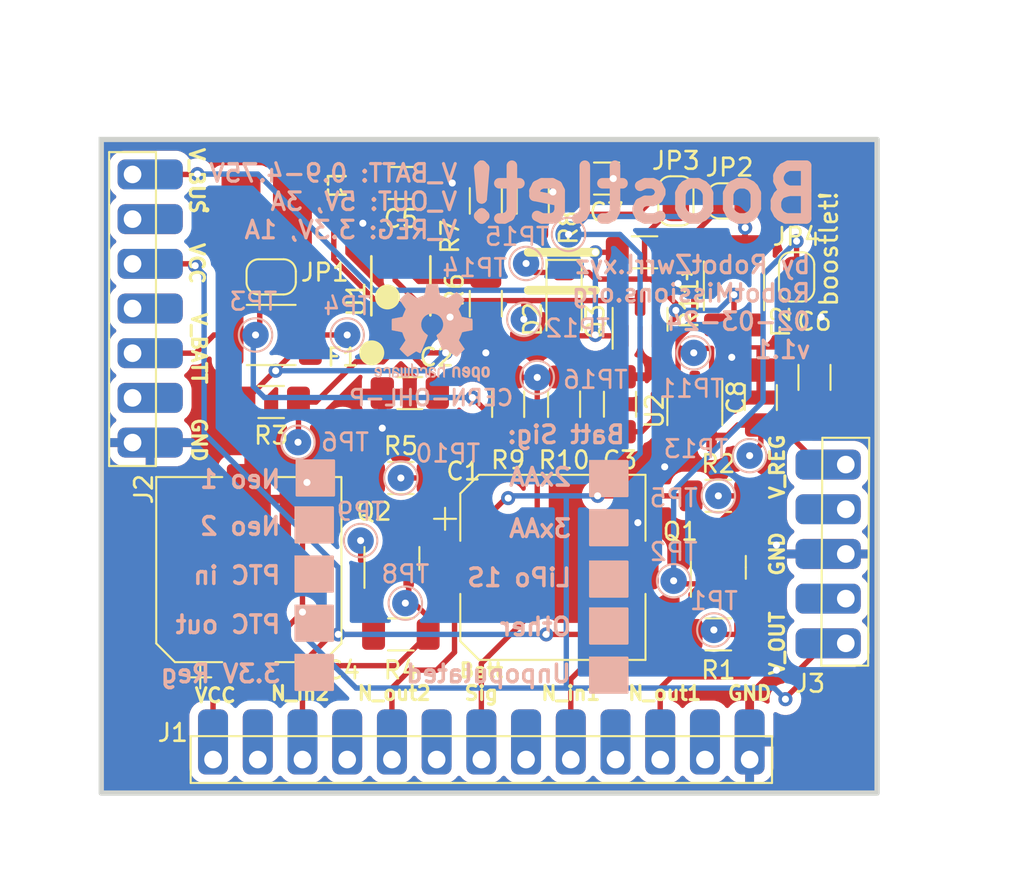
<source format=kicad_pcb>
(kicad_pcb (version 20221018) (generator pcbnew)
  (layers (0 "F.Cu" signal) (31 "B.Cu" signal) (34 "B.Paste" user) (35 "F.Paste" user) (36 "B.SilkS" user "B.Silkscreen") (37 "F.SilkS" user "F.Silkscreen") (38 "B.Mask" user) (39 "F.Mask" user) (44 "Edge.Cuts" user))
  (net 0 "")
  (net 1 "/5V")
  (net 2 "/V_BATT")
  (net 3 "/V_BOOST")
  (net 4 "Net-(JP1-B)")
  (net 5 "/3.3V")
  (net 6 "/NEO_OUT1")
  (net 7 "GND")
  (net 8 "VCC")
  (net 9 "/NEO_OUT2")
  (net 10 "/BATT_SIG")
  (net 13 "/NEO_IN1")
  (net 14 "/NEO_IN2")
  (net 17 "Net-(U1-LX)")
  (net 18 "Net-(U1-FB)")
  (net 19 "Net-(U1-RSET)")
  (net 20 "Net-(D2-K)")
  (net 21 "Net-(JP2-B)")
  (net 22 "Net-(U1-EN)")
  (net 30 "/V_BUS")
  (footprint "Capacitor_SMD:CP_Elec_10x10" (layer "F.Cu") (at 127 103.886)
    (fp_text reference "C1")
    (fp_text value "680 uF @ 10 V")
  )
  (footprint "Jumper:SolderJumper-2_P1.3mm_Open_RoundedPad1.0x1.5mm" (layer "F.Cu") (at 137.16 83.058 180)
    (fp_text reference "JP2")
    (fp_text value "SolderJumper_2_Open")
  )
  (footprint "Resistor_SMD:R_1206_3216Metric_Pad1.30x1.75mm_HandSolder" (layer "F.Cu") (at 125.857 83.058 90)
    (fp_text reference "R8")
    (fp_text value "100k")
  )
  (footprint "!EK_Library:PAM2401" (layer "F.Cu") (at 118.364 87.884 90)
    (fp_text reference "U1")
    (fp_text value "PAM2401")
  )
  (footprint "Resistor_SMD:R_1206_3216Metric_Pad1.30x1.75mm_HandSolder" (layer "F.Cu") (at 110.998 94.488)
    (fp_text reference "R3")
    (fp_text value "100k")
  )
  (footprint "!EK_Library:Castellated_1x05_P2.54mm" (layer "F.Cu") (at 143.637 108.204 180)
    (fp_text reference "J3")
    (fp_text value "Conn_01x05_Socket")
  )
  (footprint "Jumper:SolderJumper-2_P1.3mm_Open_RoundedPad1.0x1.5mm" (layer "F.Cu") (at 133.985 83.058 90)
    (fp_text reference "JP3")
    (fp_text value "SolderJumper_2_Open")
  )
  (footprint "Fiducial:Fiducial_1mm_Mask2mm" (layer "F.Cu") (at 105.283 111.252)
    (fp_text reference "FID1" hide)
    (fp_text value "Fiducial")
  )
  (footprint "Resistor_SMD:R_1206_3216Metric_Pad1.30x1.75mm_HandSolder" (layer "F.Cu") (at 124.46 94.615 90)
    (fp_text reference "R9")
    (fp_text value "100")
  )
  (footprint "Resistor_SMD:R_1206_3216Metric_Pad1.30x1.75mm_HandSolder" (layer "F.Cu") (at 123.19 83.058 -90)
    (fp_text reference "R7")
    (fp_text value "750k")
  )
  (footprint "Resistor_SMD:R_1206_3216Metric_Pad1.30x1.75mm_HandSolder" (layer "F.Cu") (at 136.398 107.696)
    (fp_text reference "R1")
    (fp_text value "10k")
  )
  (footprint "Capacitor_SMD:C_1206_3216Metric_Pad1.33x1.80mm_HandSolder" (layer "F.Cu") (at 141.859 93.091 90)
    (fp_text reference "C6")
    (fp_text value "4.7 uF")
  )
  (footprint "Resistor_SMD:R_1206_3216Metric_Pad1.30x1.75mm_HandSolder" (layer "F.Cu") (at 132.207 85.979)
    (fp_text reference "R11")
    (fp_text value "100k")
  )
  (footprint "Fiducial:Fiducial_1mm_Mask2mm" (layer "F.Cu") (at 140.335 82.931)
    (fp_text reference "FID3" hide)
    (fp_text value "Fiducial")
  )
  (footprint "Package_TO_SOT_SMD:SOT-23" (layer "F.Cu") (at 136.398 103.886 90)
    (fp_text reference "Q1")
    (fp_text value "BSS138")
  )
  (footprint "Fuse:Fuse_1812_4532Metric_Pad1.30x3.40mm_HandSolder" (layer "F.Cu") (at 110.998 90.678 180)
    (fp_text reference "F1")
    (fp_text value "Polyfuse 6V, 1.5A I_h, 3A I_t, 500 ms")
  )
  (footprint "Package_TO_SOT_SMD:SOT-23" (layer "F.Cu") (at 117.856 103.378 90)
    (fp_text reference "Q2")
    (fp_text value "BSS138")
  )
  (footprint "Resistor_SMD:R_1206_3216Metric_Pad1.30x1.75mm_HandSolder" (layer "F.Cu") (at 136.398 99.822)
    (fp_text reference "R2")
    (fp_text value "10k")
  )
  (footprint "Jumper:SolderJumper-2_P1.3mm_Open_RoundedPad1.0x1.5mm" (layer "F.Cu") (at 110.998 87.376)
    (fp_text reference "JP1")
    (fp_text value "SolderJumper_2_Open")
  )
  (footprint "Resistor_SMD:R_1206_3216Metric_Pad1.30x1.75mm_HandSolder" (layer "F.Cu") (at 118.364 107.696)
    (fp_text reference "R4")
    (fp_text value "10k")
  )
  (footprint "Capacitor_SMD:C_1206_3216Metric_Pad1.33x1.80mm_HandSolder" (layer "F.Cu") (at 138.811 94.234 90)
    (fp_text reference "C8")
    (fp_text value "1 uF")
  )
  (footprint "Jumper:SolderJumper-2_P1.3mm_Open_RoundedPad1.0x1.5mm" (layer "F.Cu") (at 140.843 87.376 90)
    (fp_text reference "JP4")
    (fp_text value "SolderJumper_2_Open")
  )
  (footprint "Resistor_SMD:R_1206_3216Metric_Pad1.30x1.75mm_HandSolder" (layer "F.Cu") (at 118.364 98.806)
    (fp_text reference "R5")
    (fp_text value "10k")
  )
  (footprint "Capacitor_SMD:C_1206_3216Metric_Pad1.33x1.80mm_HandSolder" (layer "F.Cu") (at 118.364 82.042)
    (fp_text reference "C5")
    (fp_text value "22 uF")
  )
  (footprint "Fiducial:Fiducial_1mm_Mask2mm" (layer "F.Cu") (at 115.062 95.758)
    (fp_text reference "FID2" hide)
    (fp_text value "Fiducial")
  )
  (footprint "Resistor_SMD:R_1206_3216Metric_Pad1.30x1.75mm_HandSolder" (layer "F.Cu") (at 127.635 94.615 -90)
    (fp_text reference "R10")
    (fp_text value "6.8k")
  )
  (footprint "Package_TO_SOT_SMD:SOT-23" (layer "F.Cu") (at 131.953 89.789 90)
    (fp_text reference "Q3")
    (fp_text value "DMG3415U")
  )
  (footprint "Capacitor_SMD:C_1206_3216Metric_Pad1.33x1.80mm_HandSolder" (layer "F.Cu") (at 130.048 81.788)
    (fp_text reference "C7")
    (fp_text value "1 uF")
  )
  (footprint "Package_TO_SOT_SMD:SOT-23-5" (layer "F.Cu") (at 135.062 95.0015 -90)
    (fp_text reference "U2")
    (fp_text value "AP2112K-3.3")
  )
  (footprint "Diode_SMD:D_SOD-123" (layer "F.Cu") (at 127.635 88.773 -90)
    (fp_text reference "D2")
    (fp_text value "PMEG40T30ERX 40V 3A")
  )
  (footprint "Capacitor_SMD:C_1206_3216Metric_Pad1.33x1.80mm_HandSolder" (layer "F.Cu") (at 118.872 93.98 180)
    (fp_text reference "C2")
    (fp_text value "10 uF")
  )
  (footprint "Capacitor_SMD:C_1206_3216Metric_Pad1.33x1.80mm_HandSolder" (layer "F.Cu") (at 130.81 94.615 90)
    (fp_text reference "C3")
    (fp_text value "4.7 uF")
  )
  (footprint "!EK_Library:INDUCTOR_IND_IFSC_1515AH_VIS-M" (layer "F.Cu") (at 110.744 83.566)
    (fp_text reference "L1")
    (fp_text value "2.2 uH, 3 A")
  )
  (footprint "Resistor_SMD:R_1206_3216Metric_Pad1.30x1.75mm_HandSolder" (layer "F.Cu") (at 123.19 88.9 -90)
    (fp_text reference "R6")
    (fp_text value "100k")
  )
  (footprint "!EK_Library:Castellated_1x07_P2.54mm" (layer "F.Cu") (at 103.124 81.554)
    (fp_text reference "J2")
    (fp_text value "Conn_01x07_Socket")
  )
  (footprint "Capacitor_SMD:CP_Elec_10x10" (layer "F.Cu") (at 109.728 104.013 90)
    (fp_text reference "C4")
    (fp_text value "680 uF @ 10 V")
  )
  (footprint "Fiducial:Fiducial_1mm_Mask2mm" (layer "F.Cu") (at 121.793 96.393)
    (fp_text reference "FID4" hide)
    (fp_text value "Fiducial")
  )
  (footprint "!EK_Library:Castellated_1x13_P2.54mm" (layer "F.Cu") (at 107.696 114.808 90)
    (fp_text reference "J1")
    (fp_text value "Conn_01x13_Socket")
  )
  (footprint "Fuse:Fuse_1812_4532Metric_Pad1.30x3.40mm_HandSolder" (layer "F.Cu") (at 137.287 87.884 -90)
    (fp_text reference "F2")
    (fp_text value "Polyfuse 16V, 1.25A I_h, 2.5A I_t, 400 ms")
  )
  (footprint "TestPoint:TestPoint_Pad_D1.5mm" (layer "B.Cu") (at 115.316 90.678 180)
    (fp_text reference "TP4")
    (fp_text value "TestPoint")
  )
  (footprint "TestPoint:TestPoint_Pad_D1.5mm" (layer "B.Cu") (at 118.618 105.918 180)
    (fp_text reference "TP8")
    (fp_text value "TestPoint")
  )
  (footprint "TestPoint:TestPoint_Pad_D1.5mm" (layer "B.Cu") (at 116.078 102.362 180)
    (fp_text reference "TP9")
    (fp_text value "TestPoint")
  )
  (footprint "TestPoint:TestPoint_Pad_D1.5mm" (layer "B.Cu") (at 126.111 93.091 180)
    (fp_text reference "TP16")
    (fp_text value "TestPoint")
  )
  (footprint "TestPoint:TestPoint_Pad_D1.5mm" (layer "B.Cu") (at 127.889 84.963 180)
    (fp_text reference "TP15")
    (fp_text value "TestPoint")
  )
  (footprint "TestPoint:TestPoint_Pad_D1.5mm" (layer "B.Cu") (at 136.398 99.822 180)
    (fp_text reference "TP5")
    (fp_text value "TestPoint")
  )
  (footprint "TestPoint:TestPoint_Pad_D1.5mm" (layer "B.Cu") (at 135.001 91.694 180)
    (fp_text reference "TP11")
    (fp_text value "TestPoint")
  )
  (footprint "Symbol:OSHW-Logo2_7.3x6mm_SilkScreen" (layer "B.Cu") (at 120.142 90.551 180)
    (fp_text reference "REF**" hide)
    (fp_text value "OSHW-Logo2_7.3x6mm_SilkScreen" hide)
  )
  (footprint "TestPoint:TestPoint_Pad_D1.5mm" (layer "B.Cu") (at 133.858 104.648 180)
    (fp_text reference "TP2")
    (fp_text value "TestPoint")
  )
  (footprint "TestPoint:TestPoint_Pad_D1.5mm" (layer "B.Cu") (at 125.476 86.614 180)
    (fp_text reference "TP14")
    (fp_text value "TestPoint")
  )
  (footprint "TestPoint:TestPoint_Pad_D1.5mm" (layer "B.Cu") (at 112.522 96.774 180)
    (fp_text reference "TP6")
    (fp_text value "TestPoint")
  )
  (footprint "TestPoint:TestPoint_Pad_D1.5mm" (layer "B.Cu") (at 110.109 90.678 180)
    (fp_text reference "TP3")
    (fp_text value "TestPoint")
  )
  (footprint "TestPoint:TestPoint_Pad_D1.5mm" (layer "B.Cu") (at 138.176 97.536 180)
    (fp_text reference "TP13")
    (fp_text value "TestPoint")
  )
  (footprint "TestPoint:TestPoint_Pad_D1.5mm" (layer "B.Cu") (at 136.144 107.442 180)
    (fp_text reference "TP1")
    (fp_text value "TestPoint")
  )
  (footprint "TestPoint:TestPoint_Pad_D1.5mm" (layer "B.Cu") (at 118.364 98.806 180)
    (fp_text reference "TP10")
    (fp_text value "TestPoint")
  )
  (footprint "TestPoint:TestPoint_Pad_D1.5mm" (layer "B.Cu") (at 125.349 89.789 180)
    (fp_text reference "TP12")
    (fp_text value "TestPoint")
  )
  (gr_rect (start 129.12725 106.2355) (end 131.22275 108.204) (stroke (width 0.15)) (fill solid) (layer "B.SilkS"))
  (gr_rect (start 112.395 106.07675) (end 114.4905 108.04525) (stroke (width 0.15)) (fill solid) (layer "B.SilkS"))
  (gr_rect (start 112.395 100.48875) (end 114.4905 102.45725) (stroke (width 0.15)) (fill solid) (layer "B.SilkS"))
  (gr_rect (start 129.12725 103.5685) (end 131.22275 105.537) (stroke (width 0.15)) (fill solid) (layer "B.SilkS"))
  (gr_rect (start 112.395 103.28275) (end 114.4905 105.25125) (stroke (width 0.15)) (fill solid) (layer "B.SilkS"))
  (gr_rect (start 129.12725 97.8535) (end 131.22275 99.822) (stroke (width 0.15)) (fill solid) (layer "B.SilkS"))
  (gr_rect (start 129.12725 109.0295) (end 131.22275 110.998) (stroke (width 0.15)) (fill solid) (layer "B.SilkS"))
  (gr_rect (start 112.395 108.87075) (end 114.4905 110.83925) (stroke (width 0.15)) (fill solid) (layer "B.SilkS"))
  (gr_rect (start 129.12725 100.6475) (end 131.22275 102.616) (stroke (width 0.15)) (fill solid) (layer "B.SilkS"))
  (gr_rect (start 112.4585 97.82175) (end 114.554 99.79025) (stroke (width 0.15)) (fill solid) (layer "B.SilkS"))
  (gr_line (start 125.603 85.979) (end 129.413 85.979) (stroke (width 0.5)) (layer "F.SilkS"))
  (gr_line (start 134.366 87.249) (end 134.62 87.122) (stroke (width 0.15)) (layer "F.SilkS"))
  (gr_line (start 125.603 88.138) (end 129.413 88.138) (stroke (width 0.5)) (layer "F.SilkS"))
  (gr_line (start 134.62 87.122) (end 134.874 87.249) (stroke (width 0.15)) (layer "F.SilkS"))
  (gr_circle (center 116.713 91.694) (end 117.170905 91.694) (stroke (width 0.5)) (fill solid) (layer "F.SilkS"))
  (gr_line (start 134.62 87.503) (end 134.62 87.122) (stroke (width 0.15)) (layer "F.SilkS"))
  (gr_circle (center 117.602 88.519) (end 118.059905 88.519) (stroke (width 0.5)) (fill solid) (layer "F.SilkS"))
  (gr_line (start 134.62 87.122) (end 134.366 87.249) (stroke (width 0.15)) (layer "F.SilkS"))
  (gr_rect (start 101.346 79.5655) (end 145.415 116.713) (stroke (width 0.3)) (fill none) (layer "Edge.Cuts"))
  (gr_text "3.3V Reg" (at 111.633 109.347) (layer "B.SilkS") (effects (font (size 1 1) (thickness 0.2) bold) (justify left top mirror)))
  (gr_text "Batt Sig:" (at 131.191 95.758) (layer "B.SilkS") (effects (font (size 1 1) (thickness 0.2) bold) (justify left top mirror)))
  (gr_text "CERN-OHL-P" (at 124.841 93.726) (layer "B.SilkS") (effects (font (size 0.9 0.9) (thickness 0.1625)) (justify left top mirror)))
  (gr_text "PTC out" (at 111.633 106.553) (layer "B.SilkS") (effects (font (size 1 1) (thickness 0.2) bold) (justify left top mirror)))
  (gr_text "Other" (at 128.143 106.68) (layer "B.SilkS") (effects (font (size 1 1) (thickness 0.2) bold) (justify left top mirror)))
  (gr_text "2xAA" (at 128.143 98.171) (layer "B.SilkS") (effects (font (size 1 1) (thickness 0.2) bold) (justify left top mirror)))
  (gr_text "Unpopulated" (at 128.143 109.347) (layer "B.SilkS") (effects (font (size 1 1) (thickness 0.2) bold) (justify left top mirror)))
  (gr_text "by RobotZwrrl.xyz\nRobotMissions.org\n02-03-24\nv1.1" (at 141.732 86.106) (layer "B.SilkS") (effects (font (size 1 1) (thickness 0.18) bold) (justify left top mirror)))
  (gr_text "3xAA" (at 128.143 101.092) (layer "B.SilkS") (effects (font (size 1 1) (thickness 0.2) bold) (justify left top mirror)))
  (gr_text "Neo 1" (at 111.633 98.298) (layer "B.SilkS") (effects (font (size 1 1) (thickness 0.2) bold) (justify left top mirror)))
  (gr_text "V_BATT: 0.9-4.75V\nV_OUT: 5V, 3A\nV_REG: 3.3V, 1A" (at 121.666 80.899) (layer "B.SilkS") (effects (font (size 1 1) (thickness 0.18) bold) (justify left top mirror)))
  (gr_text "LiPo 1S" (at 128.143 103.886) (layer "B.SilkS") (effects (font (size 1 1) (thickness 0.2) bold) (justify left top mirror)))
  (gr_text "Boostlet!" (at 142.494 84.455) (layer "B.SilkS") (effects (font (size 3 3) (thickness 0.6) bold) (justify left bottom mirror)))
  (gr_text "PTC in" (at 111.633 103.759) (layer "B.SilkS") (effects (font (size 1 1) (thickness 0.2) bold) (justify left top mirror)))
  (gr_text "Neo 2" (at 111.633 100.965) (layer "B.SilkS") (effects (font (size 1 1) (thickness 0.2) bold) (justify left top mirror)))
  (gr_text "VCC" (at 106.299 86.614 270) (layer "F.SilkS") (effects (font (size 0.8 0.8) (thickness 0.175) bold) (justify bottom)))
  (gr_text "boostlet!" (at 143.256 89.154 90) (layer "F.SilkS") (effects (font (size 1 1)) (justify left bottom)))
  (gr_text "V_OUT" (at 140.208 108.204 90) (layer "F.SilkS") (effects (font (size 0.8 0.8) (thickness 0.175) bold) (justify bottom)))
  (gr_text "V_REG" (at 140.208 98.171 90) (layer "F.SilkS") (effects (font (size 0.8 0.8) (thickness 0.175) bold) (justify bottom)))
  (gr_text "N_in2" (at 112.649 111.506) (layer "F.SilkS") (effects (font (size 0.8 0.8) (thickness 0.175) bold) (justify bottom)))
  (gr_text "VCC" (at 107.823 111.633) (layer "F.SilkS") (effects (font (size 0.8 0.8) (thickness 0.175) bold) (justify bottom)))
  (gr_text "Batt\nSig" (at 122.936 111.506) (layer "F.SilkS") (effects (font (size 0.8 0.8) (thickness 0.175) bold) (justify bottom)))
  (gr_text "GND" (at 138.176 111.506) (layer "F.SilkS") (effects (font (size 0.8 0.8) (thickness 0.175) bold) (justify bottom)))
  (gr_text "N_out1" (at 133.35 111.506) (layer "F.SilkS") (effects (font (size 0.8 0.8) (thickness 0.175) bold) (justify bottom)))
  (gr_text "GND" (at 140.208 103.124 90) (layer "F.SilkS") (effects (font (size 0.8 0.8) (thickness 0.175) bold) (justify bottom)))
  (gr_text "V_BUS" (at 106.299 81.915 270) (layer "F.SilkS") (effects (font (size 0.8 0.8) (thickness 0.175) bold) (justify bottom)))
  (gr_text "V_BATT" (at 106.426 91.44 270) (layer "F.SilkS") (effects (font (size 0.8 0.8) (thickness 0.175) bold) (justify bottom)))
  (gr_text "N_in1" (at 128.016 111.506) (layer "F.SilkS") (effects (font (size 0.8 0.8) (thickness 0.175) bold) (justify bottom)))
  (gr_text "GND" (at 106.426 96.647 270) (layer "F.SilkS") (effects (font (size 0.8 0.8) (thickness 0.175) bold) (justify bottom)))
  (gr_text "N_out2" (at 117.983 111.506) (layer "F.SilkS") (effects (font (size 0.8 0.8) (thickness 0.175) bold) (justify bottom)))
  (segment (start 112.776 106.426) (end 111.189 108.013) (width 0.3048) (layer "F.Cu") (net 1))
  (segment (start 137.922 85.024) (end 137.922 84.582) (width 0.3048) (layer "F.Cu") (net 1))
  (segment (start 131.826 83.82) (end 133.238 82.408) (width 0.3048) (layer "F.Cu") (net 1))
  (segment (start 112.776 101.6) (end 115.57 98.806) (width 0.3048) (layer "F.Cu") (net 1))
  (segment (start 127.889 84.963) (end 129.032 83.82) (width 0.3048) (layer "F.Cu") (net 1))
  (segment (start 123 101.282) (end 123 103.886) (width 0.3048) (layer "F.Cu") (net 1))
  (segment (start 129.54 99.822) (end 134.848 99.822) (width 0.3048) (layer "F.Cu") (net 1))
  (segment (start 124.333 99.949) (end 123 101.282) (width 0.3048) (layer "F.Cu") (net 1))
  (segment (start 115.57 98.806) (end 116.814 98.806) (width 0.3048) (layer "F.Cu") (net 1))
  (segment (start 133.985 82.408) (end 133.985 81.915) (width 0.3048) (layer "F.Cu") (net 1))
  (segment (start 124.46 99.949) (end 124.333 99.949) (width 0.3048) (layer "F.Cu") (net 1))
  (segment (start 133.985 81.915) (end 134.62 81.28) (width 0.3048) (layer "F.Cu") (net 1))
  (segment (start 137.287 85.659) (end 137.922 85.024) (width 0.3048) (layer "F.Cu") (net 1))
  (segment (start 111.189 108.013) (end 109.728 108.013) (width 0.3048) (layer "F.Cu") (net 1))
  (segment (start 134.62 81.28) (end 137.287 81.28) (width 0.3048) (layer "F.Cu") (net 1))
  (segment (start 140.208 111.379) (end 140.208 111.3155) (width 0.3048) (layer "F.Cu") (net 1))
  (segment (start 137.287 81.28) (end 137.81 81.803) (width 0.3048) (layer "F.Cu") (net 1))
  (segment (start 112.776 106.426) (end 112.776 101.6) (width 0.3048) (layer "F.Cu") (net 1))
  (segment (start 141.097 109.601) (end 142.494 108.204) (width 0.3048) (layer "F.Cu") (net 1))
  (segment (start 141.097 110.4265) (end 141.097 109.601) (width 0.3048) (layer "F.Cu") (net 1))
  (segment (start 137.81 81.803) (end 137.81 83.058) (width 0.3048) (layer "F.Cu") (net 1))
  (segment (start 140.208 111.3155) (end 141.097 110.4265) (width 0.3048) (layer "F.Cu") (net 1))
  (segment (start 142.494 108.204) (end 143.637 108.204) (width 0.3048) (layer "F.Cu") (net 1))
  (segment (start 129.032 83.82) (end 131.826 83.82) (width 0.3048) (layer "F.Cu") (net 1))
  (segment (start 133.238 82.408) (end 133.985 82.408) (width 0.3048) (layer "F.Cu") (net 1))
  (via (at 129.54 99.822) (size 0.8) (drill 0.4) (layers "F.Cu" "B.Cu") (net 1))
  (via (at 140.208 111.379) (size 0.8) (drill 0.4) (layers "F.Cu" "B.Cu") (net 1))
  (via (at 112.776 106.426) (size 0.8) (drill 0.4) (layers "F.Cu" "B.Cu") (net 1))
  (via (at 127.889 84.963) (size 0.8) (drill 0.4) (layers "F.Cu" "B.Cu") (net 1))
  (via (at 124.46 99.949) (size 0.8) (drill 0.4) (layers "F.Cu" "B.Cu") (net 1))
  (via (at 137.922 84.582) (size 0.8) (drill 0.4) (layers "F.Cu" "B.Cu") (net 1))
  (segment (start 139.573 110.744) (end 127.762 110.744) (width 0.3048) (layer "B.Cu") (net 1))
  (segment (start 127.889 84.963) (end 128.905 83.947) (width 0.3048) (layer "B.Cu") (net 1))
  (segment (start 127.762 99.822) (end 129.54 99.822) (width 0.3048) (layer "B.Cu") (net 1))
  (segment (start 128.905 83.947) (end 137.287 83.947) (width 0.3048) (layer "B.Cu") (net 1))
  (segment (start 131.953 97.409) (end 129.54 99.822) (width 0.3048) (layer "B.Cu") (net 1))
  (segment (start 130.81 84.963) (end 131.953 86.106) (width 0.3048) (layer "B.Cu") (net 1))
  (segment (start 131.953 86.106) (end 131.953 97.409) (width 0.3048) (layer "B.Cu") (net 1))
  (segment (start 140.208 111.379) (end 139.573 110.744) (width 0.3048) (layer "B.Cu") (net 1))
  (segment (start 124.587 99.822) (end 127.762 99.822) (width 0.3048) (layer "B.Cu") (net 1))
  (segment (start 112.776 107.696) (end 115.824 110.744) (width 0.3048) (layer "B.Cu") (net 1))
  (segment (start 112.776 106.426) (end 112.776 107.696) (width 0.3048) (layer "B.Cu") (net 1))
  (segment (start 115.824 110.744) (end 127.762 110.744) (width 0.3048) (layer "B.Cu") (net 1))
  (segment (start 124.46 99.949) (end 124.587 99.822) (width 0.3048) (layer "B.Cu") (net 1))
  (segment (start 127.762 100.076) (end 127.762 99.822) (width 0.3048) (layer "B.Cu") (net 1))
  (segment (start 127.762 110.744) (end 127.762 100.076) (width 0.3048) (layer "B.Cu") (net 1))
  (segment (start 137.287 83.947) (end 137.922 84.582) (width 0.3048) (layer "B.Cu") (net 1))
  (segment (start 127.889 84.963) (end 130.81 84.963) (width 0.3048) (layer "B.Cu") (net 1))
  (segment (start 103.124 91.714) (end 106.708055 91.714) (width 0.3048) (layer "F.Cu") (net 2))
  (segment (start 106.708055 91.714) (end 107.744055 90.678) (width 0.3048) (layer "F.Cu") (net 2))
  (segment (start 107.744055 90.678) (end 108.773 90.678) (width 0.3048) (layer "F.Cu") (net 2))
  (segment (start 110.109 90.678) (end 108.773 90.678) (width 0.3048) (layer "F.Cu") (net 2))
  (segment (start 110.109 90.678) (end 110.348 90.439) (width 0.3048) (layer "F.Cu") (net 2))
  (segment (start 110.348 90.439) (end 110.348 87.376) (width 0.3048) (layer "F.Cu") (net 2))
  (segment (start 124.46 96.266) (end 122.428 94.234) (width 0.3048) (layer "F.Cu") (net 2))
  (via (at 122.428 94.234) (size 0.8) (drill 0.4) (layers "F.Cu" "B.Cu") (net 2))
  (via (at 110.109 90.678) (size 0.8) (drill 0.4) (layers "F.Cu" "B.Cu") (net 2))
  (segment (start 109.982 93.599) (end 110.617 94.234) (width 0.3048) (layer "B.Cu") (net 2))
  (segment (start 109.982 90.805) (end 109.982 93.599) (width 0.3048) (layer "B.Cu") (net 2))
  (segment (start 110.617 94.234) (end 122.428 94.234) (width 0.3048) (layer "B.Cu") (net 2))
  (segment (start 110.109 90.678) (end 109.982 90.805) (width 0.3048) (layer "B.Cu") (net 2))
  (segment (start 125.349 88.7245) (end 119.2045 88.7245) (width 0.3048) (layer "F.Cu") (net 3))
  (segment (start 123.19 83.058) (end 126.111 83.058) (width 0.3048) (layer "F.Cu") (net 3))
  (segment (start 118.03888 83.63712) (end 118.11 83.566) (width 0.3048) (layer "F.Cu") (net 3))
  (segment (start 128.4855 82.9695) (end 128.4855 81.788) (width 0.3048) (layer "F.Cu") (net 3))
  (segment (start 131.953 88.8515) (end 131.826 88.7245) (width 0.3048) (layer "F.Cu") (net 3))
  (segment (start 116.8015 83.1465) (end 116.8015 82.042) (width 0.3048) (layer "F.Cu") (net 3))
  (segment (start 126.4824 83.4294) (end 128.0256 83.4294) (width 0.3048) (layer "F.Cu") (net 3))
  (segment (start 123.19 81.508) (end 123.19 83.058) (width 0.3048) (layer "F.Cu") (net 3))
  (segment (start 118.03888 87.55888) (end 118.03888 85.5599) (width 0.3048) (layer "F.Cu") (net 3))
  (segment (start 126.111 83.058) (end 126.4824 83.4294) (width 0.3048) (layer "F.Cu") (net 3))
  (segment (start 118.98376 83.566) (end 118.11 83.566) (width 0.3048) (layer "F.Cu") (net 3))
  (segment (start 119.2045 88.7245) (end 118.03888 87.55888) (width 0.3048) (layer "F.Cu") (net 3))
  (segment (start 128.0256 83.4294) (end 128.4855 82.9695) (width 0.3048) (layer "F.Cu") (net 3))
  (segment (start 118.11 83.566) (end 117.221 83.566) (width 0.3048) (layer "F.Cu") (net 3))
  (segment (start 121.92 83.058) (end 123.19 83.058) (width 0.3048) (layer "F.Cu") (net 3))
  (segment (start 118.03888 85.5599) (end 118.03888 83.63712) (width 0.3048) (layer "F.Cu") (net 3))
  (segment (start 118.98376 83.566) (end 121.412 83.566) (width 0.3048) (layer "F.Cu") (net 3))
  (segment (start 125.349 89.789) (end 125.349 88.7245) (width 0.3048) (layer "F.Cu") (net 3))
  (segment (start 131.826 88.7245) (end 125.349 88.7245) (width 0.3048) (layer "F.Cu") (net 3))
  (segment (start 121.412 83.566) (end 121.92 83.058) (width 0.3048) (layer "F.Cu") (net 3))
  (segment (start 117.221 83.566) (end 116.8015 83.1465) (width 0.3048) (layer "F.Cu") (net 3))
  (via (at 125.349 89.789) (size 0.8) (drill 0.4) (layers "F.Cu" "B.Cu") (net 3))
  (segment (start 118.68912 91.51112) (end 118.68912 90.0049) (width 0.3048) (layer "F.Cu") (net 4))
  (segment (start 109.448 94.488) (end 113.223 90.713) (width 0.3048) (layer "F.Cu") (net 4))
  (segment (start 110.975474 86.2736) (end 109.640447 84.938573) (width 0.3048) (layer "F.Cu") (net 4))
  (segment (start 110.99397 86.2736) (end 110.975474 86.2736) (width 0.3048) (layer "F.Cu") (net 4))
  (segment (start 120.4345 93.98) (end 120.4345 93.2565) (width 0.3048) (layer "F.Cu") (net 4))
  (segment (start 119.253 92.075) (end 119.634 91.694) (width 0.3048) (layer "F.Cu") (net 4))
  (segment (start 109.640447 84.938573) (end 109.640447 83.922947) (width 0.3048) (layer "F.Cu") (net 4))
  (segment (start 113.223 88.951) (end 113.223 90.678) (width 0.3048) (layer "F.Cu") (net 4))
  (segment (start 120.4345 93.2565) (end 119.253 92.075) (width 0.3048) (layer "F.Cu") (net 4))
  (segment (start 119.634 91.694) (end 120.904 91.694) (width 0.3048) (layer "F.Cu") (net 4))
  (segment (start 113.223 90.678) (end 115.316 90.678) (width 0.3048) (layer "F.Cu") (net 4))
  (segment (start 119.253 92.075) (end 118.68912 91.51112) (width 0.3048) (layer "F.Cu") (net 4))
  (segment (start 111.648 87.376) (end 113.223 88.951) (width 0.3048) (layer "F.Cu") (net 4))
  (segment (start 111.648 86.92763) (end 110.99397 86.2736) (width 0.3048) (layer "F.Cu") (net 4))
  (segment (start 111.648 87.376) (end 111.648 86.92763) (width 0.3048) (layer "F.Cu") (net 4))
  (via (at 111.252 92.71) (size 0.8) (drill 0.4) (layers "F.Cu" "B.Cu") (net 4))
  (via (at 120.904 91.694) (size 0.8) (drill 0.4) (layers "F.Cu" "B.Cu") (net 4))
  (via (at 115.316 90.678) (size 0.8) (drill 0.4) (layers "F.Cu" "B.Cu") (net 4))
  (segment (start 120.904 91.694) (end 119.888 92.71) (width 0.3048) (layer "B.Cu") (net 4))
  (segment (start 119.888 92.71) (end 111.252 92.71) (width 0.3048) (layer "B.Cu") (net 4))
  (segment (start 140.335 95.7965) (end 140.716 95.7965) (width 0.3048) (layer "F.Cu") (net 5))
  (segment (start 140.716 95.7965) (end 141.859 94.6535) (width 0.3048) (layer "F.Cu") (net 5))
  (segment (start 140.335 89.789) (end 140.843 89.281) (width 0.3048) (layer "F.Cu") (net 5))
  (segment (start 140.335 96.266) (end 140.335 95.7965) (width 0.3048) (layer "F.Cu") (net 5))
  (segment (start 142.113 98.044) (end 140.335 96.266) (width 0.3048) (layer "F.Cu") (net 5))
  (segment (start 138.176 97.536) (end 138.811 96.901) (width 0.3048) (layer "F.Cu") (net 5))
  (segment (start 137.5025 95.7965) (end 136.917 96.382) (width 0.3048) (layer "F.Cu") (net 5))
  (segment (start 136.917 96.382) (end 136.012 96.382) (width 0.3048) (layer "F.Cu") (net 5))
  (segment (start 138.811 95.7965) (end 137.5025 95.7965) (width 0.3048) (layer "F.Cu") (net 5))
  (segment (start 140.843 89.281) (end 140.843 88.026) (width 0.3048) (layer "F.Cu") (net 5))
  (segment (start 138.811 95.7965) (end 140.335 95.7965) (width 0.3048) (layer "F.Cu") (net 5))
  (segment (start 138.811 96.901) (end 138.811 95.7965) (width 0.3048) (layer "F.Cu") (net 5))
  (segment (start 140.335 95.7965) (end 140.335 89.789) (width 0.3048) (layer "F.Cu") (net 5))
  (segment (start 143.637 98.044) (end 142.113 98.044) (width 0.3048) (layer "F.Cu") (net 5))
  (via (at 138.176 97.536) (size 0.8) (drill 0.4) (layers "F.Cu" "B.Cu") (net 5))
  (segment (start 133.731 110.109) (end 138.049 110.109) (width 0.3048) (layer "F.Cu") (net 6))
  (segment (start 137.948 99.822) (end 136.398 99.822) (width 0.3048) (layer "F.Cu") (net 6))
  (segment (start 133.096 110.744) (end 133.731 110.109) (width 0.3048) (layer "F.Cu") (net 6))
  (segment (start 133.096 114.808) (end 133.096 110.744) (width 0.3048) (layer "F.Cu") (net 6))
  (segment (start 139.192 104.394) (end 138.176 103.378) (width 0.3048) (layer "F.Cu") (net 6))
  (segment (start 138.176 103.378) (end 138.176 100.05) (width 0.3048) (layer "F.Cu") (net 6))
  (segment (start 136.398 102.9485) (end 136.398 101.372) (width 0.3048) (layer "F.Cu") (net 6))
  (segment (start 136.398 101.372) (end 137.948 99.822) (width 0.3048) (layer "F.Cu") (net 6))
  (segment (start 138.049 110.109) (end 139.192 108.966) (width 0.3048) (layer "F.Cu") (net 6))
  (segment (start 138.176 100.05) (end 137.948 99.822) (width 0.3048) (layer "F.Cu") (net 6))
  (segment (start 139.192 108.966) (end 139.192 104.394) (width 0.3048) (layer "F.Cu") (net 6))
  (via (at 136.398 99.822) (size 0.8) (drill 0.4) (layers "F.Cu" "B.Cu") (net 6))
  (segment (start 112.077 100.013) (end 113.03 99.06) (width 0.3048) (layer "F.Cu") (net 7))
  (segment (start 116.205 84.328) (end 116.967 84.328) (width 0.3048) (layer "F.Cu") (net 7))
  (segment (start 131.4835 81.788) (end 131.8645 81.407) (width 0.3048) (layer "F.Cu") (net 7))
  (segment (start 137.8835 92.6715) (end 137.16 91.948) (width 0.3048) (layer "F.Cu") (net 7))
  (segment (start 139.7 109.728) (end 138.176 111.252) (width 0.3048) (layer "F.Cu") (net 7))
  (segment (start 117.38864 84.74964) (end 117.38864 85.5599) (width 0.3048) (layer "F.Cu") (net 7))
  (segment (start 140.208 103.124) (end 143.637 103.124) (width 0.3048) (layer "F.Cu") (net 7))
  (segment (start 138.811 92.6715) (end 137.8835 92.6715) (width 0.3048) (layer "F.Cu") (net 7))
  (segment (start 131 102.172) (end 131.826 101.346) (width 0.3048) (layer "F.Cu") (net 7))
  (segment (start 120.8151 90.0049) (end 121.158 89.662) (width 0.3048) (layer "F.Cu") (net 7))
  (segment (start 135.062 97.729) (end 135.062 93.621) (width 0.3048) (layer "F.Cu") (net 7))
  (segment (start 141.859 91.5285) (end 141.859 90.043) (width 0.3048) (layer "F.Cu") (net 7))
  (segment (start 134.112 87.757) (end 134.112 87.376) (width 0.3048) (layer "F.Cu") (net 7))
  (segment (start 123.19 90.45) (end 123.19 91.694) (width 0.3048) (layer "F.Cu") (net 7))
  (segment (start 109.728 100.013) (end 112.077 100.013) (width 0.3048) (layer "F.Cu") (net 7))
  (segment (start 121.285 82.042) (end 119.9265 82.042) (width 0.3048) (layer "F.Cu") (net 7))
  (segment (start 127 82.55) (end 126.899 82.55) (width 0.3048) (layer "F.Cu") (net 7))
  (segment (start 126.899 82.55) (end 125.857 81.508) (width 0.3048) (layer "F.Cu") (net 7))
  (segment (start 133.757 87.021) (end 133.757 85.979) (width 0.3048) (layer "F.Cu") (net 7))
  (segment (start 141.859 90.043) (end 142.24 89.662) (width 0.3048) (layer "F.Cu") (net 7))
  (segment (start 119.33936 90.0049) (end 120.8151 90.0049) (width 0.3048) (layer "F.Cu") (net 7))
  (segment (start 117.348 96.012) (end 117.3095 95.9735) (width 0.3048) (layer "F.Cu") (net 7))
  (segment (start 133.35 98.171) (end 134.62 98.171) (width 0.3048) (layer "F.Cu") (net 7))
  (segment (start 117.38864 85.5599) (end 117.38864 85.7631) (width 0.3048) (layer "F.Cu") (net 7))
  (segment (start 131 103.886) (end 131 102.172) (width 0.3048) (layer "F.Cu") (net 7))
  (segment (start 134.62 98.171) (end 135.062 97.729) (width 0.3048) (layer "F.Cu") (net 7))
  (segment (start 138.176 111.252) (end 138.176 114.808) (width 0.3048) (layer "F.Cu") (net 7))
  (segment (start 139.7 102.616) (end 140.208 103.124) (width 0.3048) (layer "F.Cu") (net 7))
  (segment (start 116.967 84.328) (end 117.38864 84.74964) (width 0.3048) (layer "F.Cu") (net 7))
  (segment (start 130.429 81.788) (end 131.4835 81.788) (width 0.3048) (layer "F.Cu") (net 7))
  (segment (start 134.112 87.376) (end 133.757 87.021) (width 0.3048) (layer "F.Cu") (net 7))
  (segment (start 117.3095 93.98) (end 117.3095 95.9735) (width 0.3048) (layer "F.Cu") (net 7))
  (via (at 121.285 82.042) (size 0.8) (drill 0.4) (layers "F.Cu" "B.Cu") (net 7))
  (via (at 121.158 89.662) (size 0.8) (drill 0.4) (layers "F.Cu" "B.Cu") (net 7))
  (via (at 127 82.55) (size 0.8) (drill 0.4) (layers "F.Cu" "B.Cu") (net 7))
  (via (at 116.205 84.328) (size 0.8) (drill 0.4) (layers "F.Cu" "B.Cu") (net 7))
  (via (at 130.429 81.788) (size 0.8) (drill 0.4) (layers "F.Cu" "B.Cu") (net 7))
  (via (at 139.7 109.728) (size 0.8) (drill 0.4) (layers "F.Cu" "B.Cu") (net 7))
  (via (at 134.112 87.757) (size 0.8) (drill 0.4) (layers "F.Cu" "B.Cu") (net 7))
  (via (at 123.19 91.694) (size 0.8) (drill 0.4) (layers "F.Cu" "B.Cu") (net 7))
  (via (at 117.3095 95.9735) (size 0.8) (drill 0.4) (layers "F.Cu" "B.Cu") (net 7))
  (via (at 131.826 101.346) (size 0.8) (drill 0.4) (layers "F.Cu" "B.Cu") (net 7))
  (via (at 113.03 99.06) (size 0.8) (drill 0.4) (layers "F.Cu" "B.Cu") (net 7))
  (via (at 139.7 102.616) (size 0.8) (drill 0.4) (layers "F.Cu" "B.Cu") (net 7))
  (via (at 137.16 91.948) (size 0.8) (drill 0.4) (layers "F.Cu" "B.Cu") (net 7))
  (via (at 133.35 98.171) (size 0.8) (drill 0.4) (layers "F.Cu" "B.Cu") (net 7))
  (via (at 142.24 89.662) (size 0.8) (drill 0.4) (layers "F.Cu" "B.Cu") (net 7))
  (segment (start 111.125 110.998) (end 114.427 107.696) (width 0.3048) (layer "F.Cu") (net 8))
  (segment (start 134.848 105.4235) (end 135.448 104.8235) (width 0.3048) (layer "F.Cu") (net 8))
  (segment (start 134.848 107.696) (end 134.848 105.4235) (width 0.3048) (layer "F.Cu") (net 8))
  (segment (start 107.696 111.252) (end 107.95 110.998) (width 0.3048) (layer "F.Cu") (net 8))
  (segment (start 135.448 104.8235) (end 134.0335 104.8235) (width 0.3048) (layer "F.Cu") (net 8))
  (segment (start 114.808 107.696) (end 116.814 107.696) (width 0.3048) (layer "F.Cu") (net 8))
  (segment (start 107.696 114.808) (end 107.696 111.252) (width 0.3048) (layer "F.Cu") (net 8))
  (segment (start 116.906 104.3155) (end 116.078 103.4875) (width 0.3048) (layer "F.Cu") (net 8))
  (segment (start 134.0335 104.8235) (end 133.858 104.648) (width 0.3048) (layer "F.Cu") (net 8))
  (segment (start 116.814 107.696) (end 116.814 104.4075) (width 0.3048) (layer "F.Cu") (net 8))
  (segment (start 107.95 110.998) (end 111.125 110.998) (width 0.3048) (layer "F.Cu") (net 8))
  (segment (start 114.427 107.696) (end 114.808 107.696) (width 0.3048) (layer "F.Cu") (net 8))
  (segment (start 116.078 103.4875) (end 116.078 102.362) (width 0.3048) (layer "F.Cu") (net 8))
  (segment (start 103.124 86.634) (end 106.573 86.634) (width 0.3048) (layer "F.Cu") (net 8))
  (segment (start 134.848 107.696) (end 126.619 107.696) (width 0.3048) (layer "F.Cu") (net 8))
  (segment (start 116.814 104.4075) (end 116.906 104.3155) (width 0.3048) (layer "F.Cu") (net 8))
  (segment (start 106.573 86.634) (end 106.68 86.741) (width 0.3048) (layer "F.Cu") (net 8))
  (segment (start 140.843 86.726) (end 140.843 85.344) (width 0.3048) (layer "F.Cu") (net 8))
  (via (at 106.68 86.741) (size 0.8) (drill 0.4) (layers "F.Cu" "B.Cu") (net 8))
  (via (at 116.078 102.362) (size 0.8) (drill 0.4) (layers "F.Cu" "B.Cu") (net 8))
  (via (at 126.619 107.696) (size 0.8) (drill 0.4) (layers "F.Cu" "B.Cu") (net 8))
  (via (at 114.808 107.696) (size 0.8) (drill 0.4) (layers "F.Cu" "B.Cu") (net 8))
  (via (at 140.843 85.344) (size 0.8) (drill 0.4) (layers "F.Cu" "B.Cu") (net 8))
  (via (at 133.858 104.648) (size 0.8) (drill 0.4) (layers "F.Cu" "B.Cu") (net 8))
  (segment (start 108.1405 97.2185) (end 114.808 103.886) (width 0.3048) (layer "B.Cu") (net 8))
  (segment (start 138.938 87.249) (end 138.938 94.448527) (width 0.3048) (layer "B.Cu") (net 8))
  (segment (start 133.858 99.528527) (end 133.858 104.648) (width 0.3048) (layer "B.Cu") (net 8))
  (segment (start 114.808 103.886) (end 114.808 107.696) (width 0.3048) (layer "B.Cu") (net 8))
  (segment (start 126.619 107.696) (end 114.808 107.696) (width 0.3048) (layer "B.Cu") (net 8))
  (segment (start 107.188 87.249) (end 107.188 96.266) (width 0.3048) (layer "B.Cu") (net 8))
  (segment (start 107.188 96.266) (end 108.1405 97.2185) (width 0.3048) (layer "B.Cu") (net 8))
  (segment (start 138.938 94.448527) (end 133.858 99.528527) (width 0.3048) (layer "B.Cu") (net 8))
  (segment (start 140.843 85.344) (end 138.938 87.249) (width 0.3048) (layer "B.Cu") (net 8))
  (segment (start 106.68 86.741) (end 107.188 87.249) (width 0.3048) (layer "B.Cu") (net 8))
  (segment (start 120.396 109.728) (end 118.872 109.728) (width 0.3048) (layer "F.Cu") (net 9))
  (segment (start 121.412 106.68) (end 121.412 108.712) (width 0.3048) (layer "F.Cu") (net 9))
  (segment (start 119.914 98.806) (end 120.142 99.034) (width 0.3048) (layer "F.Cu") (net 9))
  (segment (start 120.142 105.41) (end 121.412 106.68) (width 0.3048) (layer "F.Cu") (net 9))
  (segment (start 118.872 109.728) (end 117.856 110.744) (width 0.3048) (layer "F.Cu") (net 9))
  (segment (start 117.856 102.4405) (end 117.856 101.346) (width 0.3048) (layer "F.Cu") (net 9))
  (segment (start 117.856 101.346) (end 119.914 99.288) (width 0.3048) (layer "F.Cu") (net 9))
  (segment (start 119.914 99.288) (end 119.914 98.806) (width 0.3048) (layer "F.Cu") (net 9))
  (segment (start 120.142 99.034) (end 120.142 105.41) (width 0.3048) (layer "F.Cu") (net 9))
  (segment (start 121.412 108.712) (end 120.396 109.728) (width 0.3048) (layer "F.Cu") (net 9))
  (segment (start 117.856 110.744) (end 117.856 114.808) (width 0.3048) (layer "F.Cu") (net 9))
  (segment (start 119.914 98.806) (end 118.364 98.806) (width 0.3048) (layer "F.Cu") (net 9))
  (via (at 118.364 98.806) (size 0.8) (drill 0.4) (layers "F.Cu" "B.Cu") (net 9))
  (segment (start 122.936 109.347) (end 122.936 114.808) (width 0.3048) (layer "F.Cu") (net 10))
  (segment (start 126.111 106.172) (end 122.936 109.347) (width 0.3048) (layer "F.Cu") (net 10))
  (segment (start 126.111 93.091) (end 124.486 93.091) (width 0.3048) (layer "F.Cu") (net 10))
  (segment (start 127.635 93.065) (end 126.137 93.065) (width 0.3048) (layer "F.Cu") (net 10))
  (segment (start 126.111 93.091) (end 126.111 106.172) (width 0.3048) (layer "F.Cu") (net 10))
  (segment (start 124.486 93.091) (end 124.46 93.065) (width 0.3048) (layer "F.Cu") (net 10))
  (segment (start 126.137 93.065) (end 126.111 93.091) (width 0.3048) (layer "F.Cu") (net 10))
  (via (at 126.111 93.091) (size 0.8) (drill 0.4) (layers "F.Cu" "B.Cu") (net 10))
  (segment (start 128.016 110.236) (end 128.016 114.808) (width 0.3048) (layer "F.Cu") (net 13))
  (segment (start 137.948 107.696) (end 136.424 109.22) (width 0.3048) (layer "F.Cu") (net 13))
  (segment (start 137.948 107.696) (end 136.398 107.696) (width 0.3048) (layer "F.Cu") (net 13))
  (segment (start 137.948 105.4235) (end 137.348 104.8235) (width 0.3048) (layer "F.Cu") (net 13))
  (segment (start 129.032 109.22) (end 128.016 110.236) (width 0.3048) (layer "F.Cu") (net 13))
  (segment (start 136.424 109.22) (end 129.032 109.22) (width 0.3048) (layer "F.Cu") (net 13))
  (segment (start 136.398 107.696) (end 136.144 107.442) (width 0.3048) (layer "F.Cu") (net 13))
  (segment (start 137.948 107.696) (end 137.948 105.4235) (width 0.3048) (layer "F.Cu") (net 13))
  (via (at 136.144 107.442) (size 0.8) (drill 0.4) (layers "F.Cu" "B.Cu") (net 13))
  (segment (start 112.776 111.252) (end 114.554 109.474) (width 0.3048) (layer "F.Cu") (net 14))
  (segment (start 112.776 114.808) (end 112.776 111.252) (width 0.3048) (layer "F.Cu") (net 14))
  (segment (start 118.806 105.73) (end 118.618 105.918) (width 0.3048) (layer "F.Cu") (net 14))
  (segment (start 119.914 107.696) (end 119.914 106.706) (width 0.3048) (layer "F.Cu") (net 14))
  (segment (start 114.554 109.474) (end 118.136 109.474) (width 0.3048) (layer "F.Cu") (net 14))
  (segment (start 118.806 105.598) (end 118.806 104.3155) (width 0.3048) (layer "F.Cu") (net 14))
  (segment (start 118.136 109.474) (end 119.914 107.696) (width 0.3048) (layer "F.Cu") (net 14))
  (segment (start 118.806 104.3155) (end 118.806 105.73) (width 0.3048) (layer "F.Cu") (net 14))
  (segment (start 119.914 106.706) (end 118.806 105.598) (width 0.3048) (layer "F.Cu") (net 14))
  (via (at 118.618 105.918) (size 0.8) (drill 0.4) (layers "F.Cu" "B.Cu") (net 14))
  (segment (start 117.38864 89.19464) (end 117.38864 90.0049) (width 0.3048) (layer "F.Cu") (net 17))
  (segment (start 114.554 84.328) (end 114.554 86.36) (width 0.3048) (layer "F.Cu") (net 17))
  (segment (start 112.2045 83.566) (end 113.792 83.566) (width 0.3048) (layer "F.Cu") (net 17))
  (segment (start 113.792 83.566) (end 114.554 84.328) (width 0.3048) (layer "F.Cu") (net 17))
  (segment (start 114.554 86.36) (end 117.38864 89.19464) (width 0.3048) (layer "F.Cu") (net 17))
  (segment (start 125.857 84.608) (end 123.19 84.608) (width 0.3048) (layer "F.Cu") (net 18))
  (segment (start 119.33936 85.7631) (end 119.33936 84.74964) (width 0.3048) (layer "F.Cu") (net 18))
  (segment (start 119.33936 84.74964) (end 119.761 84.328) (width 0.3048) (layer "F.Cu") (net 18))
  (segment (start 122.91 84.328) (end 123.19 84.608) (width 0.3048) (layer "F.Cu") (net 18))
  (segment (start 119.761 84.328) (end 122.91 84.328) (width 0.3048) (layer "F.Cu") (net 18))
  (segment (start 118.68912 85.7631) (end 118.68912 86.93912) (width 0.3048) (layer "F.Cu") (net 19))
  (segment (start 119.38 87.63) (end 122.91 87.63) (width 0.3048) (layer "F.Cu") (net 19))
  (segment (start 118.68912 86.93912) (end 119.38 87.63) (width 0.3048) (layer "F.Cu") (net 19))
  (segment (start 122.91 87.63) (end 123.19 87.35) (width 0.3048) (layer "F.Cu") (net 19))
  (segment (start 132.9205 90.7265) (end 132.903 90.7265) (width 0.3048) (layer "F.Cu") (net 20))
  (segment (start 133.985 89.662) (end 132.9205 90.7265) (width 0.3048) (layer "F.Cu") (net 20))
  (segment (start 132.207 87.376) (end 132.207 85.034) (width 0.3048) (layer "F.Cu") (net 20))
  (segment (start 137.287 90.109) (end 137.287 88.392) (width 0.3048) (layer "F.Cu") (net 20))
  (segment (start 132.334 87.503) (end 132.207 87.376) (width 0.3048) (layer "F.Cu") (net 20))
  (segment (start 125.985 87.123) (end 125.476 86.614) (width 0.3048) (layer "F.Cu") (net 20))
  (segment (start 132.588 87.503) (end 132.334 87.503) (width 0.3048) (layer "F.Cu") (net 20))
  (segment (start 133.985 89.281) (end 133.985 89.662) (width 0.3048) (layer "F.Cu") (net 20))
  (segment (start 129.413 87.503) (end 132.334 87.503) (width 0.3048) (layer "F.Cu") (net 20))
  (segment (start 129.033 87.123) (end 129.413 87.503) (width 0.3048) (layer "F.Cu") (net 20))
  (segment (start 133.985 89.281) (end 133.985 88.9) (width 0.3048) (layer "F.Cu") (net 20))
  (segment (start 132.207 85.034) (end 133.533 83.708) (width 0.3048) (layer "F.Cu") (net 20))
  (segment (start 133.533 83.708) (end 133.985 83.708) (width 0.3048) (layer "F.Cu") (net 20))
  (segment (start 127.635 87.123) (end 125.985 87.123) (width 0.3048) (layer "F.Cu") (net 20))
  (segment (start 133.985 88.9) (end 132.588 87.503) (width 0.3048) (layer "F.Cu") (net 20))
  (segment (start 127.635 87.123) (end 129.033 87.123) (width 0.3048) (layer "F.Cu") (net 20))
  (via (at 133.985 89.281) (size 0.8) (drill 0.4) (layers "F.Cu" "B.Cu") (net 20))
  (via (at 137.287 88.392) (size 0.8) (drill 0.4) (layers "F.Cu" "B.Cu") (net 20))
  (via (at 125.476 86.614) (size 0.8) (drill 0.4) (layers "F.Cu" "B.Cu") (net 20))
  (segment (start 133.985 89.281) (end 136.398 89.281) (width 0.3048) (layer "B.Cu") (net 20))
  (segment (start 136.398 89.281) (end 137.287 88.392) (width 0.3048) (layer "B.Cu") (net 20))
  (segment (start 136.51 83.454) (end 136.51 83.058) (width 0.3048) (layer "F.Cu") (net 21))
  (segment (start 135.001 90.043) (end 135.001 84.963) (width 0.3048) (layer "F.Cu") (net 21))
  (segment (start 130.81 96.1775) (end 132.0415 96.1775) (width 0.3048) (layer "F.Cu") (net 21))
  (segment (start 136.017 93.616) (end 136.012 93.621) (width 0.3048) (layer "F.Cu") (net 21))
  (segment (start 135.001 91.44) (end 136.017 91.44) (width 0.3048) (layer "F.Cu") (net 21))
  (segment (start 134.112 91.44) (end 135.001 91.44) (width 0.3048) (layer "F.Cu") (net 21))
  (segment (start 135.001 84.963) (end 136.51 83.454) (width 0.3048) (layer "F.Cu") (net 21))
  (segment (start 132.715 94.024) (end 133.118 93.621) (width 0.3048) (layer "F.Cu") (net 21))
  (segment (start 134.112 91.44) (end 134.112 90.932) (width 0.3048) (layer "F.Cu") (net 21))
  (segment (start 134.112 91.44) (end 134.112 93.621) (width 0.3048) (layer "F.Cu") (net 21))
  (segment (start 136.017 91.44) (end 136.017 93.616) (width 0.3048) (layer "F.Cu") (net 21))
  (segment (start 133.118 93.621) (end 134.112 93.621) (width 0.3048) (layer "F.Cu") (net 21))
  (segment (start 132.715 95.504) (end 132.715 94.024) (width 0.3048) (layer "F.Cu") (net 21))
  (segment (start 135.001 91.694) (end 135.001 91.44) (width 0.3048) (layer "F.Cu") (net 21))
  (segment (start 132.0415 96.1775) (end 132.715 95.504) (width 0.3048) (layer "F.Cu") (net 21))
  (segment (start 134.112 90.932) (end 135.001 90.043) (width 0.3048) (layer "F.Cu") (net 21))
  (via (at 135.001 91.694) (size 0.8) (drill 0.4) (layers "F.Cu" "B.Cu") (net 21))
  (segment (start 118.03888 91.51112) (end 118.03888 90.0049) (width 0.3048) (layer "F.Cu") (net 22))
  (segment (start 112.548 94.488) (end 113.538 94.488) (width 0.3048) (layer "F.Cu") (net 22))
  (segment (start 117.348 92.202) (end 118.03888 91.51112) (width 0.3048) (layer "F.Cu") (net 22))
  (segment (start 112.548 96.748) (end 112.522 96.774) (width 0.3048) (layer "F.Cu") (net 22))
  (segment (start 112.548 94.488) (end 112.548 96.748) (width 0.3048) (layer "F.Cu") (net 22))
  (segment (start 113.538 94.488) (end 115.824 92.202) (width 0.3048) (layer "F.Cu") (net 22))
  (segment (start 115.824 92.202) (end 117.348 92.202) (width 0.3048) (layer "F.Cu") (net 22))
  (via (at 112.522 96.774) (size 0.8) (drill 0.4) (layers "F.Cu" "B.Cu") (net 22))
  (segment (start 103.124 81.554) (end 106.787 81.554) (width 0.3048) (layer "F.Cu") (net 30))
  (segment (start 127.9385 90.7265) (end 127.635 90.423) (width 0.3048) (layer "F.Cu") (net 30))
  (segment (start 131.003 90.7265) (end 127.9385 90.7265) (width 0.3048) (layer "F.Cu") (net 30))
  (segment (start 106.787 81.554) (end 106.807 81.534) (width 0.3048) (layer "F.Cu") (net 30))
  (segment (start 129.413 85.979) (end 130.657 85.979) (width 0.3048) (layer "F.Cu") (net 30))
  (via (at 129.413 85.979) (size 0.8) (drill 0.4) (layers "F.Cu" "B.Cu") (net 30))
  (via (at 106.807 81.534) (size 0.8) (drill 0.4) (layers "F.Cu" "B.Cu") (net 30))
  (via (at 129.413 90.678) (size 0.8) (drill 0.4) (layers "F.Cu" "B.Cu") (net 30))
  (segment (start 129.413 86.614) (end 129.413 88.138) (width 0.3048) (layer "B.Cu") (net 30))
  (segment (start 129.413 89.662) (end 129.413 90.678) (width 0.3048) (layer "B.Cu") (net 30))
  (segment (start 129.413 88.138) (end 129.413 89.662) (width 0.3048) (layer "B.Cu") (net 30))
  (segment (start 106.807 81.534) (end 110.236 81.534) (width 0.3048) (layer "B.Cu") (net 30))
  (segment (start 110.236 81.534) (end 116.84 88.138) (width 0.3048) (layer "B.Cu") (net 30))
  (segment (start 116.84 88.138) (end 127.889 88.138) (width 0.3048) (layer "B.Cu") (net 30))
  (segment (start 129.413 86.614) (end 129.413 85.979) (width 0.3048) (layer "B.Cu") (net 30))
  (segment (start 127.889 88.138) (end 129.413 88.138) (width 0.3048) (layer "B.Cu") (net 30))
  (zone (net 7) (net_name "GND") (layers "F&B.Cu") (connect_pads (clearance 0.5)) (min_thickness 0.25) (fill yes (thermal_gap 0.5) (thermal_bridge_width 0.5))
    (polygon (pts (xy 101.473 79.629) (xy 145.288 79.502) (xy 145.415 116.713) (xy 101.346 116.586)))
  )
)
</source>
